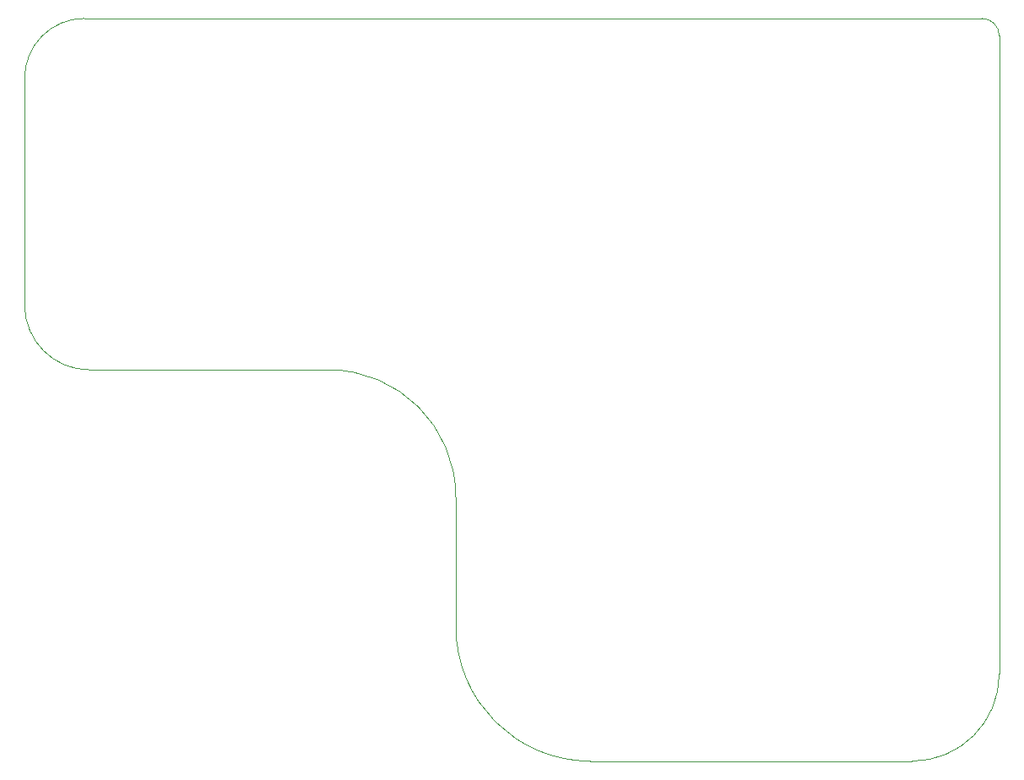
<source format=gbr>
G04 #@! TF.GenerationSoftware,KiCad,Pcbnew,(5.1.5)-3*
G04 #@! TF.CreationDate,2022-02-18T13:47:20-05:00*
G04 #@! TF.ProjectId,Motor board,4d6f746f-7220-4626-9f61-72642e6b6963,rev?*
G04 #@! TF.SameCoordinates,Original*
G04 #@! TF.FileFunction,Profile,NP*
%FSLAX46Y46*%
G04 Gerber Fmt 4.6, Leading zero omitted, Abs format (unit mm)*
G04 Created by KiCad (PCBNEW (5.1.5)-3) date 2022-02-18 13:47:20*
%MOMM*%
%LPD*%
G04 APERTURE LIST*
%ADD10C,0.050000*%
G04 APERTURE END LIST*
D10*
X169000000Y-16250000D02*
X121500000Y-16250000D01*
X115500000Y-22250000D02*
G75*
G02X121500000Y-16250000I6000000J0D01*
G01*
X115500000Y-45000000D02*
X115500000Y-22250000D01*
X122000000Y-51500000D02*
G75*
G02X115500000Y-45000000I0J6500000D01*
G01*
X146000000Y-51500000D02*
X122000000Y-51500000D01*
X158750000Y-77250000D02*
X158750000Y-64250000D01*
X146000000Y-51500000D02*
G75*
G02X158750000Y-64250000I0J-12750000D01*
G01*
X172250000Y-90750000D02*
G75*
G02X158750000Y-77250000I0J13500000D01*
G01*
X204500000Y-90750000D02*
X172250000Y-90750000D01*
X213250000Y-79750000D02*
X213250000Y-82000000D01*
X213250000Y-82000000D02*
G75*
G02X204500000Y-90750000I-8750000J0D01*
G01*
X213250000Y-18000000D02*
X213250000Y-79750000D01*
X211250000Y-16250000D02*
X211500000Y-16250000D01*
X211500000Y-16250000D02*
G75*
G02X213250000Y-18000000I0J-1750000D01*
G01*
X211250000Y-16250000D02*
X169000000Y-16250000D01*
M02*

</source>
